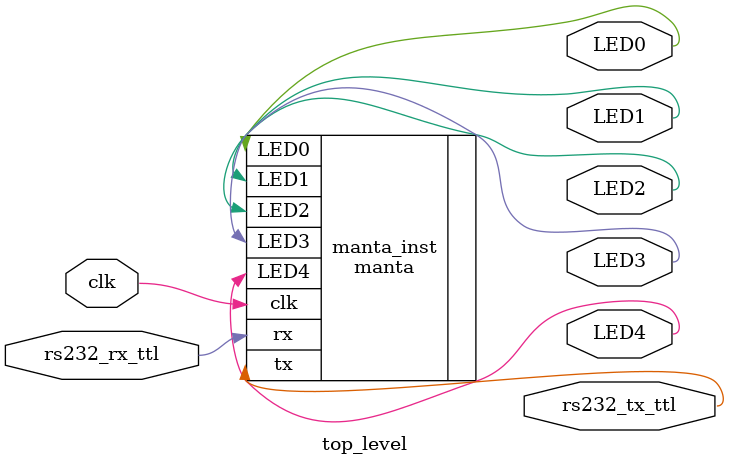
<source format=sv>
`default_nettype none
`timescale 1ns / 1ps

`include "manta.v"

module top_level (
	input wire clk,

    output logic LED0,
    output logic LED1,
    output logic LED2,
    output logic LED3,
    output logic LED4,

	input wire rs232_rx_ttl,
	output logic rs232_tx_ttl
	);

    manta manta_inst (
        .clk(clk),

        .rx(rs232_rx_ttl),
        .tx(rs232_tx_ttl),

        .LED0(LED0),
        .LED1(LED1),
        .LED2(LED2),
        .LED3(LED3),
        .LED4(LED4));
endmodule

`default_nettype wire
</source>
